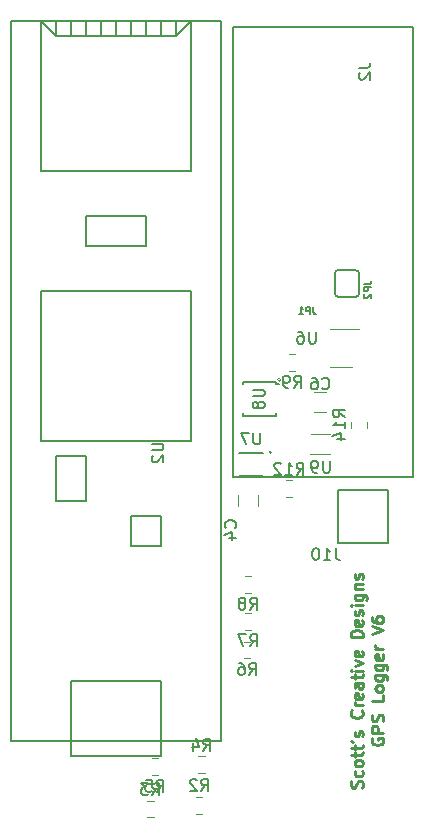
<source format=gbr>
G04 #@! TF.GenerationSoftware,KiCad,Pcbnew,(5.0.1)-rc2*
G04 #@! TF.CreationDate,2019-01-10T23:34:48-07:00*
G04 #@! TF.ProjectId,GPSLogger,4750534C6F676765722E6B696361645F,rev?*
G04 #@! TF.SameCoordinates,Original*
G04 #@! TF.FileFunction,Legend,Bot*
G04 #@! TF.FilePolarity,Positive*
%FSLAX46Y46*%
G04 Gerber Fmt 4.6, Leading zero omitted, Abs format (unit mm)*
G04 Created by KiCad (PCBNEW (5.0.1)-rc2) date 1/10/2019 11:34:48 PM*
%MOMM*%
%LPD*%
G01*
G04 APERTURE LIST*
%ADD10C,0.250000*%
%ADD11C,0.120000*%
%ADD12C,0.150000*%
%ADD13C,0.152400*%
%ADD14C,0.100000*%
%ADD15C,0.127000*%
G04 APERTURE END LIST*
D10*
X158504761Y-91847619D02*
X158552380Y-91704761D01*
X158552380Y-91466666D01*
X158504761Y-91371428D01*
X158457142Y-91323809D01*
X158361904Y-91276190D01*
X158266666Y-91276190D01*
X158171428Y-91323809D01*
X158123809Y-91371428D01*
X158076190Y-91466666D01*
X158028571Y-91657142D01*
X157980952Y-91752380D01*
X157933333Y-91800000D01*
X157838095Y-91847619D01*
X157742857Y-91847619D01*
X157647619Y-91800000D01*
X157600000Y-91752380D01*
X157552380Y-91657142D01*
X157552380Y-91419047D01*
X157600000Y-91276190D01*
X158504761Y-90419047D02*
X158552380Y-90514285D01*
X158552380Y-90704761D01*
X158504761Y-90800000D01*
X158457142Y-90847619D01*
X158361904Y-90895238D01*
X158076190Y-90895238D01*
X157980952Y-90847619D01*
X157933333Y-90800000D01*
X157885714Y-90704761D01*
X157885714Y-90514285D01*
X157933333Y-90419047D01*
X158552380Y-89847619D02*
X158504761Y-89942857D01*
X158457142Y-89990476D01*
X158361904Y-90038095D01*
X158076190Y-90038095D01*
X157980952Y-89990476D01*
X157933333Y-89942857D01*
X157885714Y-89847619D01*
X157885714Y-89704761D01*
X157933333Y-89609523D01*
X157980952Y-89561904D01*
X158076190Y-89514285D01*
X158361904Y-89514285D01*
X158457142Y-89561904D01*
X158504761Y-89609523D01*
X158552380Y-89704761D01*
X158552380Y-89847619D01*
X157885714Y-89228571D02*
X157885714Y-88847619D01*
X157552380Y-89085714D02*
X158409523Y-89085714D01*
X158504761Y-89038095D01*
X158552380Y-88942857D01*
X158552380Y-88847619D01*
X157885714Y-88657142D02*
X157885714Y-88276190D01*
X157552380Y-88514285D02*
X158409523Y-88514285D01*
X158504761Y-88466666D01*
X158552380Y-88371428D01*
X158552380Y-88276190D01*
X157552380Y-87895238D02*
X157742857Y-87990476D01*
X158504761Y-87514285D02*
X158552380Y-87419047D01*
X158552380Y-87228571D01*
X158504761Y-87133333D01*
X158409523Y-87085714D01*
X158361904Y-87085714D01*
X158266666Y-87133333D01*
X158219047Y-87228571D01*
X158219047Y-87371428D01*
X158171428Y-87466666D01*
X158076190Y-87514285D01*
X158028571Y-87514285D01*
X157933333Y-87466666D01*
X157885714Y-87371428D01*
X157885714Y-87228571D01*
X157933333Y-87133333D01*
X158457142Y-85323809D02*
X158504761Y-85371428D01*
X158552380Y-85514285D01*
X158552380Y-85609523D01*
X158504761Y-85752380D01*
X158409523Y-85847619D01*
X158314285Y-85895238D01*
X158123809Y-85942857D01*
X157980952Y-85942857D01*
X157790476Y-85895238D01*
X157695238Y-85847619D01*
X157600000Y-85752380D01*
X157552380Y-85609523D01*
X157552380Y-85514285D01*
X157600000Y-85371428D01*
X157647619Y-85323809D01*
X158552380Y-84895238D02*
X157885714Y-84895238D01*
X158076190Y-84895238D02*
X157980952Y-84847619D01*
X157933333Y-84800000D01*
X157885714Y-84704761D01*
X157885714Y-84609523D01*
X158504761Y-83895238D02*
X158552380Y-83990476D01*
X158552380Y-84180952D01*
X158504761Y-84276190D01*
X158409523Y-84323809D01*
X158028571Y-84323809D01*
X157933333Y-84276190D01*
X157885714Y-84180952D01*
X157885714Y-83990476D01*
X157933333Y-83895238D01*
X158028571Y-83847619D01*
X158123809Y-83847619D01*
X158219047Y-84323809D01*
X158552380Y-82990476D02*
X158028571Y-82990476D01*
X157933333Y-83038095D01*
X157885714Y-83133333D01*
X157885714Y-83323809D01*
X157933333Y-83419047D01*
X158504761Y-82990476D02*
X158552380Y-83085714D01*
X158552380Y-83323809D01*
X158504761Y-83419047D01*
X158409523Y-83466666D01*
X158314285Y-83466666D01*
X158219047Y-83419047D01*
X158171428Y-83323809D01*
X158171428Y-83085714D01*
X158123809Y-82990476D01*
X157885714Y-82657142D02*
X157885714Y-82276190D01*
X157552380Y-82514285D02*
X158409523Y-82514285D01*
X158504761Y-82466666D01*
X158552380Y-82371428D01*
X158552380Y-82276190D01*
X158552380Y-81942857D02*
X157885714Y-81942857D01*
X157552380Y-81942857D02*
X157600000Y-81990476D01*
X157647619Y-81942857D01*
X157600000Y-81895238D01*
X157552380Y-81942857D01*
X157647619Y-81942857D01*
X157885714Y-81561904D02*
X158552380Y-81323809D01*
X157885714Y-81085714D01*
X158504761Y-80323809D02*
X158552380Y-80419047D01*
X158552380Y-80609523D01*
X158504761Y-80704761D01*
X158409523Y-80752380D01*
X158028571Y-80752380D01*
X157933333Y-80704761D01*
X157885714Y-80609523D01*
X157885714Y-80419047D01*
X157933333Y-80323809D01*
X158028571Y-80276190D01*
X158123809Y-80276190D01*
X158219047Y-80752380D01*
X158552380Y-79085714D02*
X157552380Y-79085714D01*
X157552380Y-78847619D01*
X157600000Y-78704761D01*
X157695238Y-78609523D01*
X157790476Y-78561904D01*
X157980952Y-78514285D01*
X158123809Y-78514285D01*
X158314285Y-78561904D01*
X158409523Y-78609523D01*
X158504761Y-78704761D01*
X158552380Y-78847619D01*
X158552380Y-79085714D01*
X158504761Y-77704761D02*
X158552380Y-77800000D01*
X158552380Y-77990476D01*
X158504761Y-78085714D01*
X158409523Y-78133333D01*
X158028571Y-78133333D01*
X157933333Y-78085714D01*
X157885714Y-77990476D01*
X157885714Y-77800000D01*
X157933333Y-77704761D01*
X158028571Y-77657142D01*
X158123809Y-77657142D01*
X158219047Y-78133333D01*
X158504761Y-77276190D02*
X158552380Y-77180952D01*
X158552380Y-76990476D01*
X158504761Y-76895238D01*
X158409523Y-76847619D01*
X158361904Y-76847619D01*
X158266666Y-76895238D01*
X158219047Y-76990476D01*
X158219047Y-77133333D01*
X158171428Y-77228571D01*
X158076190Y-77276190D01*
X158028571Y-77276190D01*
X157933333Y-77228571D01*
X157885714Y-77133333D01*
X157885714Y-76990476D01*
X157933333Y-76895238D01*
X158552380Y-76419047D02*
X157885714Y-76419047D01*
X157552380Y-76419047D02*
X157600000Y-76466666D01*
X157647619Y-76419047D01*
X157600000Y-76371428D01*
X157552380Y-76419047D01*
X157647619Y-76419047D01*
X157885714Y-75514285D02*
X158695238Y-75514285D01*
X158790476Y-75561904D01*
X158838095Y-75609523D01*
X158885714Y-75704761D01*
X158885714Y-75847619D01*
X158838095Y-75942857D01*
X158504761Y-75514285D02*
X158552380Y-75609523D01*
X158552380Y-75800000D01*
X158504761Y-75895238D01*
X158457142Y-75942857D01*
X158361904Y-75990476D01*
X158076190Y-75990476D01*
X157980952Y-75942857D01*
X157933333Y-75895238D01*
X157885714Y-75800000D01*
X157885714Y-75609523D01*
X157933333Y-75514285D01*
X157885714Y-75038095D02*
X158552380Y-75038095D01*
X157980952Y-75038095D02*
X157933333Y-74990476D01*
X157885714Y-74895238D01*
X157885714Y-74752380D01*
X157933333Y-74657142D01*
X158028571Y-74609523D01*
X158552380Y-74609523D01*
X158504761Y-74180952D02*
X158552380Y-74085714D01*
X158552380Y-73895238D01*
X158504761Y-73800000D01*
X158409523Y-73752380D01*
X158361904Y-73752380D01*
X158266666Y-73800000D01*
X158219047Y-73895238D01*
X158219047Y-74038095D01*
X158171428Y-74133333D01*
X158076190Y-74180952D01*
X158028571Y-74180952D01*
X157933333Y-74133333D01*
X157885714Y-74038095D01*
X157885714Y-73895238D01*
X157933333Y-73800000D01*
X159350000Y-87680952D02*
X159302380Y-87776190D01*
X159302380Y-87919047D01*
X159350000Y-88061904D01*
X159445238Y-88157142D01*
X159540476Y-88204761D01*
X159730952Y-88252380D01*
X159873809Y-88252380D01*
X160064285Y-88204761D01*
X160159523Y-88157142D01*
X160254761Y-88061904D01*
X160302380Y-87919047D01*
X160302380Y-87823809D01*
X160254761Y-87680952D01*
X160207142Y-87633333D01*
X159873809Y-87633333D01*
X159873809Y-87823809D01*
X160302380Y-87204761D02*
X159302380Y-87204761D01*
X159302380Y-86823809D01*
X159350000Y-86728571D01*
X159397619Y-86680952D01*
X159492857Y-86633333D01*
X159635714Y-86633333D01*
X159730952Y-86680952D01*
X159778571Y-86728571D01*
X159826190Y-86823809D01*
X159826190Y-87204761D01*
X160254761Y-86252380D02*
X160302380Y-86109523D01*
X160302380Y-85871428D01*
X160254761Y-85776190D01*
X160207142Y-85728571D01*
X160111904Y-85680952D01*
X160016666Y-85680952D01*
X159921428Y-85728571D01*
X159873809Y-85776190D01*
X159826190Y-85871428D01*
X159778571Y-86061904D01*
X159730952Y-86157142D01*
X159683333Y-86204761D01*
X159588095Y-86252380D01*
X159492857Y-86252380D01*
X159397619Y-86204761D01*
X159350000Y-86157142D01*
X159302380Y-86061904D01*
X159302380Y-85823809D01*
X159350000Y-85680952D01*
X160302380Y-84014285D02*
X160302380Y-84490476D01*
X159302380Y-84490476D01*
X160302380Y-83538095D02*
X160254761Y-83633333D01*
X160207142Y-83680952D01*
X160111904Y-83728571D01*
X159826190Y-83728571D01*
X159730952Y-83680952D01*
X159683333Y-83633333D01*
X159635714Y-83538095D01*
X159635714Y-83395238D01*
X159683333Y-83300000D01*
X159730952Y-83252380D01*
X159826190Y-83204761D01*
X160111904Y-83204761D01*
X160207142Y-83252380D01*
X160254761Y-83300000D01*
X160302380Y-83395238D01*
X160302380Y-83538095D01*
X159635714Y-82347619D02*
X160445238Y-82347619D01*
X160540476Y-82395238D01*
X160588095Y-82442857D01*
X160635714Y-82538095D01*
X160635714Y-82680952D01*
X160588095Y-82776190D01*
X160254761Y-82347619D02*
X160302380Y-82442857D01*
X160302380Y-82633333D01*
X160254761Y-82728571D01*
X160207142Y-82776190D01*
X160111904Y-82823809D01*
X159826190Y-82823809D01*
X159730952Y-82776190D01*
X159683333Y-82728571D01*
X159635714Y-82633333D01*
X159635714Y-82442857D01*
X159683333Y-82347619D01*
X159635714Y-81442857D02*
X160445238Y-81442857D01*
X160540476Y-81490476D01*
X160588095Y-81538095D01*
X160635714Y-81633333D01*
X160635714Y-81776190D01*
X160588095Y-81871428D01*
X160254761Y-81442857D02*
X160302380Y-81538095D01*
X160302380Y-81728571D01*
X160254761Y-81823809D01*
X160207142Y-81871428D01*
X160111904Y-81919047D01*
X159826190Y-81919047D01*
X159730952Y-81871428D01*
X159683333Y-81823809D01*
X159635714Y-81728571D01*
X159635714Y-81538095D01*
X159683333Y-81442857D01*
X160254761Y-80585714D02*
X160302380Y-80680952D01*
X160302380Y-80871428D01*
X160254761Y-80966666D01*
X160159523Y-81014285D01*
X159778571Y-81014285D01*
X159683333Y-80966666D01*
X159635714Y-80871428D01*
X159635714Y-80680952D01*
X159683333Y-80585714D01*
X159778571Y-80538095D01*
X159873809Y-80538095D01*
X159969047Y-81014285D01*
X160302380Y-80109523D02*
X159635714Y-80109523D01*
X159826190Y-80109523D02*
X159730952Y-80061904D01*
X159683333Y-80014285D01*
X159635714Y-79919047D01*
X159635714Y-79823809D01*
X159302380Y-78871428D02*
X160302380Y-78538095D01*
X159302380Y-78204761D01*
X159302380Y-77442857D02*
X159302380Y-77633333D01*
X159350000Y-77728571D01*
X159397619Y-77776190D01*
X159540476Y-77871428D01*
X159730952Y-77919047D01*
X160111904Y-77919047D01*
X160207142Y-77871428D01*
X160254761Y-77823809D01*
X160302380Y-77728571D01*
X160302380Y-77538095D01*
X160254761Y-77442857D01*
X160207142Y-77395238D01*
X160111904Y-77347619D01*
X159873809Y-77347619D01*
X159778571Y-77395238D01*
X159730952Y-77442857D01*
X159683333Y-77538095D01*
X159683333Y-77728571D01*
X159730952Y-77823809D01*
X159778571Y-77871428D01*
X159873809Y-77919047D01*
D11*
G04 #@! TO.C,R4*
X145165578Y-90626000D02*
X144648422Y-90626000D01*
X145165578Y-89206000D02*
X144648422Y-89206000D01*
D12*
G04 #@! TO.C,U2*
X128778000Y-87884000D02*
X146558000Y-87884000D01*
X146558000Y-26924000D02*
X128778000Y-26924000D01*
X140208000Y-45974000D02*
X140208000Y-43434000D01*
X135128000Y-45974000D02*
X140208000Y-45974000D01*
X135128000Y-43434000D02*
X135128000Y-45974000D01*
X140208000Y-43434000D02*
X135128000Y-43434000D01*
X133858000Y-82804000D02*
X133858000Y-87884000D01*
X141478000Y-82804000D02*
X141478000Y-87884000D01*
X133858000Y-82804000D02*
X141478000Y-82804000D01*
X141478000Y-89154000D02*
X141478000Y-87884000D01*
X133858000Y-89154000D02*
X141478000Y-89154000D01*
X133858000Y-87884000D02*
X133858000Y-89154000D01*
X128778000Y-87884000D02*
X128778000Y-26924000D01*
X146558000Y-26924000D02*
X146558000Y-87884000D01*
X131318000Y-39624000D02*
X131318000Y-26924000D01*
X144018000Y-39624000D02*
X131318000Y-39624000D01*
X144018000Y-26924000D02*
X144018000Y-39624000D01*
X142748000Y-28194000D02*
X144018000Y-26924000D01*
X132588000Y-28194000D02*
X142748000Y-28194000D01*
X131318000Y-26924000D02*
X132588000Y-28194000D01*
X142748000Y-28194000D02*
X142748000Y-26924000D01*
X141478000Y-28194000D02*
X141478000Y-26924000D01*
X140208000Y-28194000D02*
X140208000Y-26924000D01*
X138938000Y-28194000D02*
X138938000Y-26924000D01*
X137668000Y-28194000D02*
X137668000Y-26924000D01*
X136398000Y-28194000D02*
X136398000Y-26924000D01*
X135128000Y-28194000D02*
X135128000Y-26924000D01*
X133858000Y-28194000D02*
X133858000Y-26924000D01*
X132588000Y-28194000D02*
X132588000Y-26924000D01*
X144018000Y-62484000D02*
X144018000Y-49784000D01*
X131318000Y-62484000D02*
X131318000Y-49784000D01*
X144018000Y-62484000D02*
X131318000Y-62484000D01*
X131318000Y-49784000D02*
X144018000Y-49784000D01*
X135128000Y-63754000D02*
X132588000Y-63754000D01*
X135128000Y-67564000D02*
X135128000Y-63754000D01*
X132588000Y-67564000D02*
X135128000Y-67564000D01*
X132588000Y-63754000D02*
X132588000Y-67564000D01*
X141478000Y-68834000D02*
X141478000Y-71374000D01*
X138938000Y-68834000D02*
X141478000Y-68834000D01*
X138938000Y-71374000D02*
X138938000Y-68834000D01*
X141478000Y-71374000D02*
X138938000Y-71374000D01*
D11*
G04 #@! TO.C,C4*
X149694000Y-67048000D02*
X149694000Y-68048000D01*
X147994000Y-68048000D02*
X147994000Y-67048000D01*
G04 #@! TO.C,C6*
X154456000Y-58332000D02*
X155456000Y-58332000D01*
X155456000Y-60032000D02*
X154456000Y-60032000D01*
D13*
G04 #@! TO.C,JP2*
X158242000Y-50038000D02*
X158242000Y-48310800D01*
X157988000Y-50292000D02*
X156464000Y-50292000D01*
X157988000Y-48056800D02*
X156464000Y-48056800D01*
X156210000Y-48310800D02*
X156210000Y-50038000D01*
X156464000Y-50292000D02*
G75*
G02X156210000Y-50038000I0J254000D01*
G01*
X156210000Y-48310800D02*
G75*
G02X156464000Y-48056800I254000J0D01*
G01*
X157988000Y-48056800D02*
G75*
G02X158242000Y-48310800I0J-254000D01*
G01*
X158242000Y-50038000D02*
G75*
G02X157988000Y-50292000I-254000J0D01*
G01*
D12*
G04 #@! TO.C,J2*
X162814000Y-27432000D02*
X162814000Y-65532000D01*
X162814000Y-65532000D02*
X147574000Y-65532000D01*
X147574000Y-65532000D02*
X147574000Y-27432000D01*
X147574000Y-27432000D02*
X162814000Y-27432000D01*
G04 #@! TO.C,J10*
X156480000Y-66628000D02*
X156480000Y-71128000D01*
X156480000Y-71128000D02*
X160730000Y-71128000D01*
X160730000Y-71128000D02*
X160730000Y-66628000D01*
X160730000Y-66628000D02*
X156480000Y-66628000D01*
D11*
G04 #@! TO.C,U6*
X157618000Y-56220000D02*
X155818000Y-56220000D01*
X155818000Y-53000000D02*
X158268000Y-53000000D01*
D14*
G04 #@! TO.C,U8*
X151637921Y-57328000D02*
G75*
G03X151637921Y-57328000I-141421J0D01*
G01*
D12*
X151196500Y-60378000D02*
X151196500Y-60178000D01*
X148396500Y-60378000D02*
X148396500Y-60178000D01*
X148396500Y-57478000D02*
X148396500Y-57678000D01*
X151196500Y-57678000D02*
X151446500Y-57678000D01*
X151196500Y-57478000D02*
X151196500Y-57678000D01*
X148396500Y-60378000D02*
X151196500Y-60378000D01*
X151196500Y-57478000D02*
X148396500Y-57478000D01*
D11*
G04 #@! TO.C,U9*
X154062000Y-63588000D02*
X155762000Y-63588000D01*
X154212000Y-61888000D02*
X155762000Y-61888000D01*
G04 #@! TO.C,R14*
X157532000Y-60876922D02*
X157532000Y-61394078D01*
X158952000Y-60876922D02*
X158952000Y-61394078D01*
G04 #@! TO.C,R2*
X144975078Y-94055000D02*
X144457922Y-94055000D01*
X144975078Y-92635000D02*
X144457922Y-92635000D01*
G04 #@! TO.C,R3*
X140845078Y-92952500D02*
X140327922Y-92952500D01*
X140845078Y-94372500D02*
X140327922Y-94372500D01*
G04 #@! TO.C,R5*
X140678922Y-90810000D02*
X141196078Y-90810000D01*
X140678922Y-89390000D02*
X141196078Y-89390000D01*
G04 #@! TO.C,R6*
X148524422Y-80910500D02*
X149041578Y-80910500D01*
X148524422Y-79490500D02*
X149041578Y-79490500D01*
G04 #@! TO.C,R7*
X148585422Y-77077500D02*
X149102578Y-77077500D01*
X148585422Y-78497500D02*
X149102578Y-78497500D01*
G04 #@! TO.C,R8*
X148587922Y-73966000D02*
X149105078Y-73966000D01*
X148587922Y-75386000D02*
X149105078Y-75386000D01*
G04 #@! TO.C,R9*
X152316922Y-56590000D02*
X152834078Y-56590000D01*
X152316922Y-55170000D02*
X152834078Y-55170000D01*
G04 #@! TO.C,R12*
X152580078Y-65838000D02*
X152062922Y-65838000D01*
X152580078Y-67258000D02*
X152062922Y-67258000D01*
D12*
G04 #@! TO.C,U7*
X150114000Y-65500000D02*
X148114000Y-65500000D01*
X148114000Y-63500000D02*
X150114000Y-63500000D01*
X150784711Y-63450000D02*
G75*
G03X150784711Y-63450000I-70711J0D01*
G01*
G04 #@! TO.C,R4*
X145073666Y-88718380D02*
X145407000Y-88242190D01*
X145645095Y-88718380D02*
X145645095Y-87718380D01*
X145264142Y-87718380D01*
X145168904Y-87766000D01*
X145121285Y-87813619D01*
X145073666Y-87908857D01*
X145073666Y-88051714D01*
X145121285Y-88146952D01*
X145168904Y-88194571D01*
X145264142Y-88242190D01*
X145645095Y-88242190D01*
X144216523Y-88051714D02*
X144216523Y-88718380D01*
X144454619Y-87670761D02*
X144692714Y-88385047D01*
X144073666Y-88385047D01*
G04 #@! TO.C,U2*
X140676380Y-62738095D02*
X141485904Y-62738095D01*
X141581142Y-62785714D01*
X141628761Y-62833333D01*
X141676380Y-62928571D01*
X141676380Y-63119047D01*
X141628761Y-63214285D01*
X141581142Y-63261904D01*
X141485904Y-63309523D01*
X140676380Y-63309523D01*
X140771619Y-63738095D02*
X140724000Y-63785714D01*
X140676380Y-63880952D01*
X140676380Y-64119047D01*
X140724000Y-64214285D01*
X140771619Y-64261904D01*
X140866857Y-64309523D01*
X140962095Y-64309523D01*
X141104952Y-64261904D01*
X141676380Y-63690476D01*
X141676380Y-64309523D01*
G04 #@! TO.C,C4*
X147769142Y-69857833D02*
X147816761Y-69810214D01*
X147864380Y-69667357D01*
X147864380Y-69572119D01*
X147816761Y-69429261D01*
X147721523Y-69334023D01*
X147626285Y-69286404D01*
X147435809Y-69238785D01*
X147292952Y-69238785D01*
X147102476Y-69286404D01*
X147007238Y-69334023D01*
X146912000Y-69429261D01*
X146864380Y-69572119D01*
X146864380Y-69667357D01*
X146912000Y-69810214D01*
X146959619Y-69857833D01*
X147197714Y-70714976D02*
X147864380Y-70714976D01*
X146816761Y-70476880D02*
X147531047Y-70238785D01*
X147531047Y-70857833D01*
G04 #@! TO.C,C6*
X155122666Y-58039142D02*
X155170285Y-58086761D01*
X155313142Y-58134380D01*
X155408380Y-58134380D01*
X155551238Y-58086761D01*
X155646476Y-57991523D01*
X155694095Y-57896285D01*
X155741714Y-57705809D01*
X155741714Y-57562952D01*
X155694095Y-57372476D01*
X155646476Y-57277238D01*
X155551238Y-57182000D01*
X155408380Y-57134380D01*
X155313142Y-57134380D01*
X155170285Y-57182000D01*
X155122666Y-57229619D01*
X154265523Y-57134380D02*
X154456000Y-57134380D01*
X154551238Y-57182000D01*
X154598857Y-57229619D01*
X154694095Y-57372476D01*
X154741714Y-57562952D01*
X154741714Y-57943904D01*
X154694095Y-58039142D01*
X154646476Y-58086761D01*
X154551238Y-58134380D01*
X154360761Y-58134380D01*
X154265523Y-58086761D01*
X154217904Y-58039142D01*
X154170285Y-57943904D01*
X154170285Y-57705809D01*
X154217904Y-57610571D01*
X154265523Y-57562952D01*
X154360761Y-57515333D01*
X154551238Y-57515333D01*
X154646476Y-57562952D01*
X154694095Y-57610571D01*
X154741714Y-57705809D01*
G04 #@! TO.C,JP1*
D15*
X154367200Y-51182171D02*
X154367200Y-51617600D01*
X154396228Y-51704685D01*
X154454285Y-51762742D01*
X154541371Y-51791771D01*
X154599428Y-51791771D01*
X154076914Y-51791771D02*
X154076914Y-51182171D01*
X153844685Y-51182171D01*
X153786628Y-51211200D01*
X153757600Y-51240228D01*
X153728571Y-51298285D01*
X153728571Y-51385371D01*
X153757600Y-51443428D01*
X153786628Y-51472457D01*
X153844685Y-51501485D01*
X154076914Y-51501485D01*
X153148000Y-51791771D02*
X153496342Y-51791771D01*
X153322171Y-51791771D02*
X153322171Y-51182171D01*
X153380228Y-51269257D01*
X153438285Y-51327314D01*
X153496342Y-51356342D01*
G04 #@! TO.C,JP2*
X158670171Y-49212500D02*
X159105600Y-49212500D01*
X159192685Y-49183471D01*
X159250742Y-49125414D01*
X159279771Y-49038328D01*
X159279771Y-48980271D01*
X159279771Y-49502785D02*
X158670171Y-49502785D01*
X158670171Y-49735014D01*
X158699200Y-49793071D01*
X158728228Y-49822100D01*
X158786285Y-49851128D01*
X158873371Y-49851128D01*
X158931428Y-49822100D01*
X158960457Y-49793071D01*
X158989485Y-49735014D01*
X158989485Y-49502785D01*
X158728228Y-50083357D02*
X158699200Y-50112385D01*
X158670171Y-50170442D01*
X158670171Y-50315585D01*
X158699200Y-50373642D01*
X158728228Y-50402671D01*
X158786285Y-50431700D01*
X158844342Y-50431700D01*
X158931428Y-50402671D01*
X159279771Y-50054328D01*
X159279771Y-50431700D01*
G04 #@! TO.C,J2*
D12*
X158202380Y-30908666D02*
X158916666Y-30908666D01*
X159059523Y-30861047D01*
X159154761Y-30765809D01*
X159202380Y-30622952D01*
X159202380Y-30527714D01*
X158297619Y-31337238D02*
X158250000Y-31384857D01*
X158202380Y-31480095D01*
X158202380Y-31718190D01*
X158250000Y-31813428D01*
X158297619Y-31861047D01*
X158392857Y-31908666D01*
X158488095Y-31908666D01*
X158630952Y-31861047D01*
X159202380Y-31289619D01*
X159202380Y-31908666D01*
G04 #@! TO.C,J10*
X156257523Y-71588380D02*
X156257523Y-72302666D01*
X156305142Y-72445523D01*
X156400380Y-72540761D01*
X156543238Y-72588380D01*
X156638476Y-72588380D01*
X155257523Y-72588380D02*
X155828952Y-72588380D01*
X155543238Y-72588380D02*
X155543238Y-71588380D01*
X155638476Y-71731238D01*
X155733714Y-71826476D01*
X155828952Y-71874095D01*
X154638476Y-71588380D02*
X154543238Y-71588380D01*
X154448000Y-71636000D01*
X154400380Y-71683619D01*
X154352761Y-71778857D01*
X154305142Y-71969333D01*
X154305142Y-72207428D01*
X154352761Y-72397904D01*
X154400380Y-72493142D01*
X154448000Y-72540761D01*
X154543238Y-72588380D01*
X154638476Y-72588380D01*
X154733714Y-72540761D01*
X154781333Y-72493142D01*
X154828952Y-72397904D01*
X154876571Y-72207428D01*
X154876571Y-71969333D01*
X154828952Y-71778857D01*
X154781333Y-71683619D01*
X154733714Y-71636000D01*
X154638476Y-71588380D01*
G04 #@! TO.C,U6*
X154579904Y-53262380D02*
X154579904Y-54071904D01*
X154532285Y-54167142D01*
X154484666Y-54214761D01*
X154389428Y-54262380D01*
X154198952Y-54262380D01*
X154103714Y-54214761D01*
X154056095Y-54167142D01*
X154008476Y-54071904D01*
X154008476Y-53262380D01*
X153103714Y-53262380D02*
X153294190Y-53262380D01*
X153389428Y-53310000D01*
X153437047Y-53357619D01*
X153532285Y-53500476D01*
X153579904Y-53690952D01*
X153579904Y-54071904D01*
X153532285Y-54167142D01*
X153484666Y-54214761D01*
X153389428Y-54262380D01*
X153198952Y-54262380D01*
X153103714Y-54214761D01*
X153056095Y-54167142D01*
X153008476Y-54071904D01*
X153008476Y-53833809D01*
X153056095Y-53738571D01*
X153103714Y-53690952D01*
X153198952Y-53643333D01*
X153389428Y-53643333D01*
X153484666Y-53690952D01*
X153532285Y-53738571D01*
X153579904Y-53833809D01*
G04 #@! TO.C,U8*
X149248880Y-58166095D02*
X150058404Y-58166095D01*
X150153642Y-58213714D01*
X150201261Y-58261333D01*
X150248880Y-58356571D01*
X150248880Y-58547047D01*
X150201261Y-58642285D01*
X150153642Y-58689904D01*
X150058404Y-58737523D01*
X149248880Y-58737523D01*
X149677452Y-59356571D02*
X149629833Y-59261333D01*
X149582214Y-59213714D01*
X149486976Y-59166095D01*
X149439357Y-59166095D01*
X149344119Y-59213714D01*
X149296500Y-59261333D01*
X149248880Y-59356571D01*
X149248880Y-59547047D01*
X149296500Y-59642285D01*
X149344119Y-59689904D01*
X149439357Y-59737523D01*
X149486976Y-59737523D01*
X149582214Y-59689904D01*
X149629833Y-59642285D01*
X149677452Y-59547047D01*
X149677452Y-59356571D01*
X149725071Y-59261333D01*
X149772690Y-59213714D01*
X149867928Y-59166095D01*
X150058404Y-59166095D01*
X150153642Y-59213714D01*
X150201261Y-59261333D01*
X150248880Y-59356571D01*
X150248880Y-59547047D01*
X150201261Y-59642285D01*
X150153642Y-59689904D01*
X150058404Y-59737523D01*
X149867928Y-59737523D01*
X149772690Y-59689904D01*
X149725071Y-59642285D01*
X149677452Y-59547047D01*
G04 #@! TO.C,U9*
X155768904Y-64190380D02*
X155768904Y-64999904D01*
X155721285Y-65095142D01*
X155673666Y-65142761D01*
X155578428Y-65190380D01*
X155387952Y-65190380D01*
X155292714Y-65142761D01*
X155245095Y-65095142D01*
X155197476Y-64999904D01*
X155197476Y-64190380D01*
X154673666Y-65190380D02*
X154483190Y-65190380D01*
X154387952Y-65142761D01*
X154340333Y-65095142D01*
X154245095Y-64952285D01*
X154197476Y-64761809D01*
X154197476Y-64380857D01*
X154245095Y-64285619D01*
X154292714Y-64238000D01*
X154387952Y-64190380D01*
X154578428Y-64190380D01*
X154673666Y-64238000D01*
X154721285Y-64285619D01*
X154768904Y-64380857D01*
X154768904Y-64618952D01*
X154721285Y-64714190D01*
X154673666Y-64761809D01*
X154578428Y-64809428D01*
X154387952Y-64809428D01*
X154292714Y-64761809D01*
X154245095Y-64714190D01*
X154197476Y-64618952D01*
G04 #@! TO.C,R14*
X157044380Y-60492642D02*
X156568190Y-60159309D01*
X157044380Y-59921214D02*
X156044380Y-59921214D01*
X156044380Y-60302166D01*
X156092000Y-60397404D01*
X156139619Y-60445023D01*
X156234857Y-60492642D01*
X156377714Y-60492642D01*
X156472952Y-60445023D01*
X156520571Y-60397404D01*
X156568190Y-60302166D01*
X156568190Y-59921214D01*
X157044380Y-61445023D02*
X157044380Y-60873595D01*
X157044380Y-61159309D02*
X156044380Y-61159309D01*
X156187238Y-61064071D01*
X156282476Y-60968833D01*
X156330095Y-60873595D01*
X156377714Y-62302166D02*
X157044380Y-62302166D01*
X155996761Y-62064071D02*
X156711047Y-61825976D01*
X156711047Y-62445023D01*
G04 #@! TO.C,R2*
X144883166Y-92147380D02*
X145216500Y-91671190D01*
X145454595Y-92147380D02*
X145454595Y-91147380D01*
X145073642Y-91147380D01*
X144978404Y-91195000D01*
X144930785Y-91242619D01*
X144883166Y-91337857D01*
X144883166Y-91480714D01*
X144930785Y-91575952D01*
X144978404Y-91623571D01*
X145073642Y-91671190D01*
X145454595Y-91671190D01*
X144502214Y-91242619D02*
X144454595Y-91195000D01*
X144359357Y-91147380D01*
X144121261Y-91147380D01*
X144026023Y-91195000D01*
X143978404Y-91242619D01*
X143930785Y-91337857D01*
X143930785Y-91433095D01*
X143978404Y-91575952D01*
X144549833Y-92147380D01*
X143930785Y-92147380D01*
G04 #@! TO.C,R3*
X140753166Y-92464880D02*
X141086500Y-91988690D01*
X141324595Y-92464880D02*
X141324595Y-91464880D01*
X140943642Y-91464880D01*
X140848404Y-91512500D01*
X140800785Y-91560119D01*
X140753166Y-91655357D01*
X140753166Y-91798214D01*
X140800785Y-91893452D01*
X140848404Y-91941071D01*
X140943642Y-91988690D01*
X141324595Y-91988690D01*
X140419833Y-91464880D02*
X139800785Y-91464880D01*
X140134119Y-91845833D01*
X139991261Y-91845833D01*
X139896023Y-91893452D01*
X139848404Y-91941071D01*
X139800785Y-92036309D01*
X139800785Y-92274404D01*
X139848404Y-92369642D01*
X139896023Y-92417261D01*
X139991261Y-92464880D01*
X140276976Y-92464880D01*
X140372214Y-92417261D01*
X140419833Y-92369642D01*
G04 #@! TO.C,R5*
X141104166Y-92202380D02*
X141437500Y-91726190D01*
X141675595Y-92202380D02*
X141675595Y-91202380D01*
X141294642Y-91202380D01*
X141199404Y-91250000D01*
X141151785Y-91297619D01*
X141104166Y-91392857D01*
X141104166Y-91535714D01*
X141151785Y-91630952D01*
X141199404Y-91678571D01*
X141294642Y-91726190D01*
X141675595Y-91726190D01*
X140199404Y-91202380D02*
X140675595Y-91202380D01*
X140723214Y-91678571D01*
X140675595Y-91630952D01*
X140580357Y-91583333D01*
X140342261Y-91583333D01*
X140247023Y-91630952D01*
X140199404Y-91678571D01*
X140151785Y-91773809D01*
X140151785Y-92011904D01*
X140199404Y-92107142D01*
X140247023Y-92154761D01*
X140342261Y-92202380D01*
X140580357Y-92202380D01*
X140675595Y-92154761D01*
X140723214Y-92107142D01*
G04 #@! TO.C,R6*
X148949666Y-82302880D02*
X149283000Y-81826690D01*
X149521095Y-82302880D02*
X149521095Y-81302880D01*
X149140142Y-81302880D01*
X149044904Y-81350500D01*
X148997285Y-81398119D01*
X148949666Y-81493357D01*
X148949666Y-81636214D01*
X148997285Y-81731452D01*
X149044904Y-81779071D01*
X149140142Y-81826690D01*
X149521095Y-81826690D01*
X148092523Y-81302880D02*
X148283000Y-81302880D01*
X148378238Y-81350500D01*
X148425857Y-81398119D01*
X148521095Y-81540976D01*
X148568714Y-81731452D01*
X148568714Y-82112404D01*
X148521095Y-82207642D01*
X148473476Y-82255261D01*
X148378238Y-82302880D01*
X148187761Y-82302880D01*
X148092523Y-82255261D01*
X148044904Y-82207642D01*
X147997285Y-82112404D01*
X147997285Y-81874309D01*
X148044904Y-81779071D01*
X148092523Y-81731452D01*
X148187761Y-81683833D01*
X148378238Y-81683833D01*
X148473476Y-81731452D01*
X148521095Y-81779071D01*
X148568714Y-81874309D01*
G04 #@! TO.C,R7*
X149010666Y-79889880D02*
X149344000Y-79413690D01*
X149582095Y-79889880D02*
X149582095Y-78889880D01*
X149201142Y-78889880D01*
X149105904Y-78937500D01*
X149058285Y-78985119D01*
X149010666Y-79080357D01*
X149010666Y-79223214D01*
X149058285Y-79318452D01*
X149105904Y-79366071D01*
X149201142Y-79413690D01*
X149582095Y-79413690D01*
X148677333Y-78889880D02*
X148010666Y-78889880D01*
X148439238Y-79889880D01*
G04 #@! TO.C,R8*
X149013166Y-76778380D02*
X149346500Y-76302190D01*
X149584595Y-76778380D02*
X149584595Y-75778380D01*
X149203642Y-75778380D01*
X149108404Y-75826000D01*
X149060785Y-75873619D01*
X149013166Y-75968857D01*
X149013166Y-76111714D01*
X149060785Y-76206952D01*
X149108404Y-76254571D01*
X149203642Y-76302190D01*
X149584595Y-76302190D01*
X148441738Y-76206952D02*
X148536976Y-76159333D01*
X148584595Y-76111714D01*
X148632214Y-76016476D01*
X148632214Y-75968857D01*
X148584595Y-75873619D01*
X148536976Y-75826000D01*
X148441738Y-75778380D01*
X148251261Y-75778380D01*
X148156023Y-75826000D01*
X148108404Y-75873619D01*
X148060785Y-75968857D01*
X148060785Y-76016476D01*
X148108404Y-76111714D01*
X148156023Y-76159333D01*
X148251261Y-76206952D01*
X148441738Y-76206952D01*
X148536976Y-76254571D01*
X148584595Y-76302190D01*
X148632214Y-76397428D01*
X148632214Y-76587904D01*
X148584595Y-76683142D01*
X148536976Y-76730761D01*
X148441738Y-76778380D01*
X148251261Y-76778380D01*
X148156023Y-76730761D01*
X148108404Y-76683142D01*
X148060785Y-76587904D01*
X148060785Y-76397428D01*
X148108404Y-76302190D01*
X148156023Y-76254571D01*
X148251261Y-76206952D01*
G04 #@! TO.C,R9*
X152742166Y-57982380D02*
X153075500Y-57506190D01*
X153313595Y-57982380D02*
X153313595Y-56982380D01*
X152932642Y-56982380D01*
X152837404Y-57030000D01*
X152789785Y-57077619D01*
X152742166Y-57172857D01*
X152742166Y-57315714D01*
X152789785Y-57410952D01*
X152837404Y-57458571D01*
X152932642Y-57506190D01*
X153313595Y-57506190D01*
X152265976Y-57982380D02*
X152075500Y-57982380D01*
X151980261Y-57934761D01*
X151932642Y-57887142D01*
X151837404Y-57744285D01*
X151789785Y-57553809D01*
X151789785Y-57172857D01*
X151837404Y-57077619D01*
X151885023Y-57030000D01*
X151980261Y-56982380D01*
X152170738Y-56982380D01*
X152265976Y-57030000D01*
X152313595Y-57077619D01*
X152361214Y-57172857D01*
X152361214Y-57410952D01*
X152313595Y-57506190D01*
X152265976Y-57553809D01*
X152170738Y-57601428D01*
X151980261Y-57601428D01*
X151885023Y-57553809D01*
X151837404Y-57506190D01*
X151789785Y-57410952D01*
G04 #@! TO.C,R12*
X152964357Y-65350380D02*
X153297690Y-64874190D01*
X153535785Y-65350380D02*
X153535785Y-64350380D01*
X153154833Y-64350380D01*
X153059595Y-64398000D01*
X153011976Y-64445619D01*
X152964357Y-64540857D01*
X152964357Y-64683714D01*
X153011976Y-64778952D01*
X153059595Y-64826571D01*
X153154833Y-64874190D01*
X153535785Y-64874190D01*
X152011976Y-65350380D02*
X152583404Y-65350380D01*
X152297690Y-65350380D02*
X152297690Y-64350380D01*
X152392928Y-64493238D01*
X152488166Y-64588476D01*
X152583404Y-64636095D01*
X151631023Y-64445619D02*
X151583404Y-64398000D01*
X151488166Y-64350380D01*
X151250071Y-64350380D01*
X151154833Y-64398000D01*
X151107214Y-64445619D01*
X151059595Y-64540857D01*
X151059595Y-64636095D01*
X151107214Y-64778952D01*
X151678642Y-65350380D01*
X151059595Y-65350380D01*
G04 #@! TO.C,U7*
X149875904Y-61802380D02*
X149875904Y-62611904D01*
X149828285Y-62707142D01*
X149780666Y-62754761D01*
X149685428Y-62802380D01*
X149494952Y-62802380D01*
X149399714Y-62754761D01*
X149352095Y-62707142D01*
X149304476Y-62611904D01*
X149304476Y-61802380D01*
X148923523Y-61802380D02*
X148256857Y-61802380D01*
X148685428Y-62802380D01*
G04 #@! TD*
M02*

</source>
